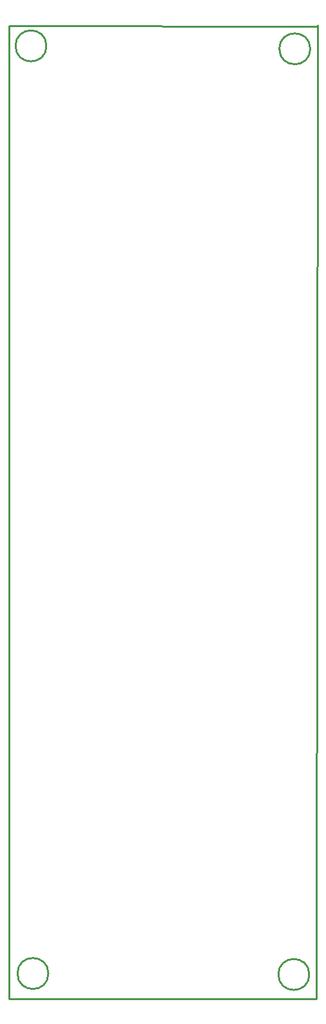
<source format=gko>
G04 Layer: BoardOutlineLayer*
G04 EasyEDA v6.5.22, 2023-02-14 12:38:32*
G04 3ec02a8cd32b49f9a07c26a40bf890e6,7be1179030e74d40a97a3c751b95adb4,10*
G04 Gerber Generator version 0.2*
G04 Scale: 100 percent, Rotated: No, Reflected: No *
G04 Dimensions in millimeters *
G04 leading zeros omitted , absolute positions ,4 integer and 5 decimal *
%FSLAX45Y45*%
%MOMM*%

%ADD10C,0.2540*%
D10*
X-4279900Y-5448300D02*
G01*
X-241300Y-5448300D01*
X-233857Y-5443143D02*
G01*
X-221157Y7333056D01*
X-4279900Y7327900D02*
G01*
X-221157Y7320356D01*
X-4279900Y-5448300D02*
G01*
X-4279900Y7327900D01*
G75*
G01*
X-4191000Y7061200D02*
G02*
X-3784600Y7061200I203200J0D01*
G75*
G01*
X-3784600Y7061200D02*
G02*
X-4191000Y7061200I-203200J0D01*
X-4191000Y7061200D02*
G01*
X-4191000Y7061200D01*
G75*
G01*
X-723900Y7023100D02*
G02*
X-317500Y7023100I203200J0D01*
G75*
G01*
X-317500Y7023100D02*
G02*
X-723900Y7023100I-203200J0D01*
X-723900Y7023100D02*
G01*
X-723900Y7023100D01*
G75*
G01*
X-4165600Y-5118100D02*
G02*
X-3759200Y-5118100I203200J0D01*
G75*
G01*
X-3759200Y-5118100D02*
G02*
X-4165600Y-5118100I-203200J0D01*
X-4165600Y-5118100D02*
G01*
X-4165600Y-5118100D01*
G75*
G01*
X-736600Y-5130800D02*
G02*
X-330200Y-5130800I203200J0D01*
G75*
G01*
X-330200Y-5130800D02*
G02*
X-736600Y-5130800I-203200J0D01*
X-736600Y-5130800D02*
G01*
X-736600Y-5130800D01*

%LPD*%
M02*

</source>
